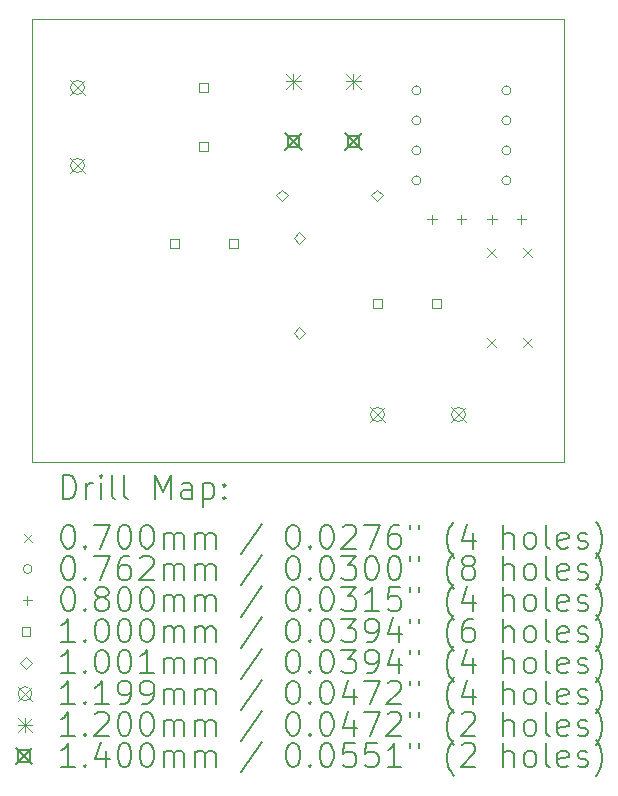
<source format=gbr>
%TF.GenerationSoftware,KiCad,Pcbnew,(6.0.8)*%
%TF.CreationDate,2022-11-19T23:47:43+04:00*%
%TF.ProjectId,MC34063_Buck_Rev4,4d433334-3036-4335-9f42-75636b5f5265,rev?*%
%TF.SameCoordinates,Original*%
%TF.FileFunction,Drillmap*%
%TF.FilePolarity,Positive*%
%FSLAX45Y45*%
G04 Gerber Fmt 4.5, Leading zero omitted, Abs format (unit mm)*
G04 Created by KiCad (PCBNEW (6.0.8)) date 2022-11-19 23:47:43*
%MOMM*%
%LPD*%
G01*
G04 APERTURE LIST*
%ADD10C,0.050000*%
%ADD11C,0.200000*%
%ADD12C,0.070000*%
%ADD13C,0.076200*%
%ADD14C,0.080000*%
%ADD15C,0.100000*%
%ADD16C,0.100076*%
%ADD17C,0.119888*%
%ADD18C,0.120000*%
%ADD19C,0.140000*%
G04 APERTURE END LIST*
D10*
X15650000Y-7600000D02*
X15650000Y-11350000D01*
X11150000Y-11350000D02*
X11150000Y-7600000D01*
X11150000Y-7600000D02*
X15650000Y-7600000D01*
X15650000Y-11350000D02*
X11150000Y-11350000D01*
D11*
D12*
X15001800Y-9540800D02*
X15071800Y-9610800D01*
X15071800Y-9540800D02*
X15001800Y-9610800D01*
X15001800Y-10302800D02*
X15071800Y-10372800D01*
X15071800Y-10302800D02*
X15001800Y-10372800D01*
X15306600Y-9540800D02*
X15376600Y-9610800D01*
X15376600Y-9540800D02*
X15306600Y-9610800D01*
X15306600Y-10302800D02*
X15376600Y-10372800D01*
X15376600Y-10302800D02*
X15306600Y-10372800D01*
D13*
X14439900Y-8204200D02*
G75*
G03*
X14439900Y-8204200I-38100J0D01*
G01*
X14439900Y-8458200D02*
G75*
G03*
X14439900Y-8458200I-38100J0D01*
G01*
X14439900Y-8712200D02*
G75*
G03*
X14439900Y-8712200I-38100J0D01*
G01*
X14439900Y-8966200D02*
G75*
G03*
X14439900Y-8966200I-38100J0D01*
G01*
X15201900Y-8204200D02*
G75*
G03*
X15201900Y-8204200I-38100J0D01*
G01*
X15201900Y-8458200D02*
G75*
G03*
X15201900Y-8458200I-38100J0D01*
G01*
X15201900Y-8712200D02*
G75*
G03*
X15201900Y-8712200I-38100J0D01*
G01*
X15201900Y-8966200D02*
G75*
G03*
X15201900Y-8966200I-38100J0D01*
G01*
D14*
X14532800Y-9256400D02*
X14532800Y-9336400D01*
X14492800Y-9296400D02*
X14572800Y-9296400D01*
X14782800Y-9256400D02*
X14782800Y-9336400D01*
X14742800Y-9296400D02*
X14822800Y-9296400D01*
X15040800Y-9256400D02*
X15040800Y-9336400D01*
X15000800Y-9296400D02*
X15080800Y-9296400D01*
X15290800Y-9256400D02*
X15290800Y-9336400D01*
X15250800Y-9296400D02*
X15330800Y-9296400D01*
D15*
X12387756Y-9534956D02*
X12387756Y-9464244D01*
X12317044Y-9464244D01*
X12317044Y-9534956D01*
X12387756Y-9534956D01*
X12633756Y-8214156D02*
X12633756Y-8143444D01*
X12563044Y-8143444D01*
X12563044Y-8214156D01*
X12633756Y-8214156D01*
X12633756Y-8714156D02*
X12633756Y-8643444D01*
X12563044Y-8643444D01*
X12563044Y-8714156D01*
X12633756Y-8714156D01*
X12887756Y-9534956D02*
X12887756Y-9464244D01*
X12817044Y-9464244D01*
X12817044Y-9534956D01*
X12887756Y-9534956D01*
X14106956Y-10042956D02*
X14106956Y-9972244D01*
X14036244Y-9972244D01*
X14036244Y-10042956D01*
X14106956Y-10042956D01*
X14606956Y-10042956D02*
X14606956Y-9972244D01*
X14536244Y-9972244D01*
X14536244Y-10042956D01*
X14606956Y-10042956D01*
D16*
X13265150Y-9143238D02*
X13315188Y-9093200D01*
X13265150Y-9043162D01*
X13215112Y-9093200D01*
X13265150Y-9143238D01*
X13411200Y-9505188D02*
X13461238Y-9455150D01*
X13411200Y-9405112D01*
X13361162Y-9455150D01*
X13411200Y-9505188D01*
X13411200Y-10305288D02*
X13461238Y-10255250D01*
X13411200Y-10205212D01*
X13361162Y-10255250D01*
X13411200Y-10305288D01*
X14065250Y-9143238D02*
X14115288Y-9093200D01*
X14065250Y-9043162D01*
X14015212Y-9093200D01*
X14065250Y-9143238D01*
D17*
X11471656Y-8118856D02*
X11591544Y-8238744D01*
X11591544Y-8118856D02*
X11471656Y-8238744D01*
X11591544Y-8178800D02*
G75*
G03*
X11591544Y-8178800I-59944J0D01*
G01*
X11471656Y-8779256D02*
X11591544Y-8899144D01*
X11591544Y-8779256D02*
X11471656Y-8899144D01*
X11591544Y-8839200D02*
G75*
G03*
X11591544Y-8839200I-59944J0D01*
G01*
X14011656Y-10887456D02*
X14131544Y-11007344D01*
X14131544Y-10887456D02*
X14011656Y-11007344D01*
X14131544Y-10947400D02*
G75*
G03*
X14131544Y-10947400I-59944J0D01*
G01*
X14697456Y-10887456D02*
X14817344Y-11007344D01*
X14817344Y-10887456D02*
X14697456Y-11007344D01*
X14817344Y-10947400D02*
G75*
G03*
X14817344Y-10947400I-59944J0D01*
G01*
D18*
X13300400Y-8068000D02*
X13420400Y-8188000D01*
X13420400Y-8068000D02*
X13300400Y-8188000D01*
X13360400Y-8068000D02*
X13360400Y-8188000D01*
X13300400Y-8128000D02*
X13420400Y-8128000D01*
X13808400Y-8068000D02*
X13928400Y-8188000D01*
X13928400Y-8068000D02*
X13808400Y-8188000D01*
X13868400Y-8068000D02*
X13868400Y-8188000D01*
X13808400Y-8128000D02*
X13928400Y-8128000D01*
D19*
X13290400Y-8566000D02*
X13430400Y-8706000D01*
X13430400Y-8566000D02*
X13290400Y-8706000D01*
X13409898Y-8685498D02*
X13409898Y-8586502D01*
X13310902Y-8586502D01*
X13310902Y-8685498D01*
X13409898Y-8685498D01*
X13798400Y-8566000D02*
X13938400Y-8706000D01*
X13938400Y-8566000D02*
X13798400Y-8706000D01*
X13917898Y-8685498D02*
X13917898Y-8586502D01*
X13818902Y-8586502D01*
X13818902Y-8685498D01*
X13917898Y-8685498D01*
D11*
X11405119Y-11662976D02*
X11405119Y-11462976D01*
X11452738Y-11462976D01*
X11481309Y-11472500D01*
X11500357Y-11491548D01*
X11509881Y-11510595D01*
X11519405Y-11548690D01*
X11519405Y-11577262D01*
X11509881Y-11615357D01*
X11500357Y-11634405D01*
X11481309Y-11653452D01*
X11452738Y-11662976D01*
X11405119Y-11662976D01*
X11605119Y-11662976D02*
X11605119Y-11529643D01*
X11605119Y-11567738D02*
X11614643Y-11548690D01*
X11624167Y-11539167D01*
X11643214Y-11529643D01*
X11662262Y-11529643D01*
X11728928Y-11662976D02*
X11728928Y-11529643D01*
X11728928Y-11462976D02*
X11719405Y-11472500D01*
X11728928Y-11482024D01*
X11738452Y-11472500D01*
X11728928Y-11462976D01*
X11728928Y-11482024D01*
X11852738Y-11662976D02*
X11833690Y-11653452D01*
X11824167Y-11634405D01*
X11824167Y-11462976D01*
X11957500Y-11662976D02*
X11938452Y-11653452D01*
X11928928Y-11634405D01*
X11928928Y-11462976D01*
X12186071Y-11662976D02*
X12186071Y-11462976D01*
X12252738Y-11605833D01*
X12319405Y-11462976D01*
X12319405Y-11662976D01*
X12500357Y-11662976D02*
X12500357Y-11558214D01*
X12490833Y-11539167D01*
X12471786Y-11529643D01*
X12433690Y-11529643D01*
X12414643Y-11539167D01*
X12500357Y-11653452D02*
X12481309Y-11662976D01*
X12433690Y-11662976D01*
X12414643Y-11653452D01*
X12405119Y-11634405D01*
X12405119Y-11615357D01*
X12414643Y-11596309D01*
X12433690Y-11586786D01*
X12481309Y-11586786D01*
X12500357Y-11577262D01*
X12595595Y-11529643D02*
X12595595Y-11729643D01*
X12595595Y-11539167D02*
X12614643Y-11529643D01*
X12652738Y-11529643D01*
X12671786Y-11539167D01*
X12681309Y-11548690D01*
X12690833Y-11567738D01*
X12690833Y-11624881D01*
X12681309Y-11643928D01*
X12671786Y-11653452D01*
X12652738Y-11662976D01*
X12614643Y-11662976D01*
X12595595Y-11653452D01*
X12776548Y-11643928D02*
X12786071Y-11653452D01*
X12776548Y-11662976D01*
X12767024Y-11653452D01*
X12776548Y-11643928D01*
X12776548Y-11662976D01*
X12776548Y-11539167D02*
X12786071Y-11548690D01*
X12776548Y-11558214D01*
X12767024Y-11548690D01*
X12776548Y-11539167D01*
X12776548Y-11558214D01*
D12*
X11077500Y-11957500D02*
X11147500Y-12027500D01*
X11147500Y-11957500D02*
X11077500Y-12027500D01*
D11*
X11443214Y-11882976D02*
X11462262Y-11882976D01*
X11481309Y-11892500D01*
X11490833Y-11902024D01*
X11500357Y-11921071D01*
X11509881Y-11959167D01*
X11509881Y-12006786D01*
X11500357Y-12044881D01*
X11490833Y-12063928D01*
X11481309Y-12073452D01*
X11462262Y-12082976D01*
X11443214Y-12082976D01*
X11424167Y-12073452D01*
X11414643Y-12063928D01*
X11405119Y-12044881D01*
X11395595Y-12006786D01*
X11395595Y-11959167D01*
X11405119Y-11921071D01*
X11414643Y-11902024D01*
X11424167Y-11892500D01*
X11443214Y-11882976D01*
X11595595Y-12063928D02*
X11605119Y-12073452D01*
X11595595Y-12082976D01*
X11586071Y-12073452D01*
X11595595Y-12063928D01*
X11595595Y-12082976D01*
X11671786Y-11882976D02*
X11805119Y-11882976D01*
X11719405Y-12082976D01*
X11919405Y-11882976D02*
X11938452Y-11882976D01*
X11957500Y-11892500D01*
X11967024Y-11902024D01*
X11976548Y-11921071D01*
X11986071Y-11959167D01*
X11986071Y-12006786D01*
X11976548Y-12044881D01*
X11967024Y-12063928D01*
X11957500Y-12073452D01*
X11938452Y-12082976D01*
X11919405Y-12082976D01*
X11900357Y-12073452D01*
X11890833Y-12063928D01*
X11881309Y-12044881D01*
X11871786Y-12006786D01*
X11871786Y-11959167D01*
X11881309Y-11921071D01*
X11890833Y-11902024D01*
X11900357Y-11892500D01*
X11919405Y-11882976D01*
X12109881Y-11882976D02*
X12128928Y-11882976D01*
X12147976Y-11892500D01*
X12157500Y-11902024D01*
X12167024Y-11921071D01*
X12176548Y-11959167D01*
X12176548Y-12006786D01*
X12167024Y-12044881D01*
X12157500Y-12063928D01*
X12147976Y-12073452D01*
X12128928Y-12082976D01*
X12109881Y-12082976D01*
X12090833Y-12073452D01*
X12081309Y-12063928D01*
X12071786Y-12044881D01*
X12062262Y-12006786D01*
X12062262Y-11959167D01*
X12071786Y-11921071D01*
X12081309Y-11902024D01*
X12090833Y-11892500D01*
X12109881Y-11882976D01*
X12262262Y-12082976D02*
X12262262Y-11949643D01*
X12262262Y-11968690D02*
X12271786Y-11959167D01*
X12290833Y-11949643D01*
X12319405Y-11949643D01*
X12338452Y-11959167D01*
X12347976Y-11978214D01*
X12347976Y-12082976D01*
X12347976Y-11978214D02*
X12357500Y-11959167D01*
X12376548Y-11949643D01*
X12405119Y-11949643D01*
X12424167Y-11959167D01*
X12433690Y-11978214D01*
X12433690Y-12082976D01*
X12528928Y-12082976D02*
X12528928Y-11949643D01*
X12528928Y-11968690D02*
X12538452Y-11959167D01*
X12557500Y-11949643D01*
X12586071Y-11949643D01*
X12605119Y-11959167D01*
X12614643Y-11978214D01*
X12614643Y-12082976D01*
X12614643Y-11978214D02*
X12624167Y-11959167D01*
X12643214Y-11949643D01*
X12671786Y-11949643D01*
X12690833Y-11959167D01*
X12700357Y-11978214D01*
X12700357Y-12082976D01*
X13090833Y-11873452D02*
X12919405Y-12130595D01*
X13347976Y-11882976D02*
X13367024Y-11882976D01*
X13386071Y-11892500D01*
X13395595Y-11902024D01*
X13405119Y-11921071D01*
X13414643Y-11959167D01*
X13414643Y-12006786D01*
X13405119Y-12044881D01*
X13395595Y-12063928D01*
X13386071Y-12073452D01*
X13367024Y-12082976D01*
X13347976Y-12082976D01*
X13328928Y-12073452D01*
X13319405Y-12063928D01*
X13309881Y-12044881D01*
X13300357Y-12006786D01*
X13300357Y-11959167D01*
X13309881Y-11921071D01*
X13319405Y-11902024D01*
X13328928Y-11892500D01*
X13347976Y-11882976D01*
X13500357Y-12063928D02*
X13509881Y-12073452D01*
X13500357Y-12082976D01*
X13490833Y-12073452D01*
X13500357Y-12063928D01*
X13500357Y-12082976D01*
X13633690Y-11882976D02*
X13652738Y-11882976D01*
X13671786Y-11892500D01*
X13681309Y-11902024D01*
X13690833Y-11921071D01*
X13700357Y-11959167D01*
X13700357Y-12006786D01*
X13690833Y-12044881D01*
X13681309Y-12063928D01*
X13671786Y-12073452D01*
X13652738Y-12082976D01*
X13633690Y-12082976D01*
X13614643Y-12073452D01*
X13605119Y-12063928D01*
X13595595Y-12044881D01*
X13586071Y-12006786D01*
X13586071Y-11959167D01*
X13595595Y-11921071D01*
X13605119Y-11902024D01*
X13614643Y-11892500D01*
X13633690Y-11882976D01*
X13776548Y-11902024D02*
X13786071Y-11892500D01*
X13805119Y-11882976D01*
X13852738Y-11882976D01*
X13871786Y-11892500D01*
X13881309Y-11902024D01*
X13890833Y-11921071D01*
X13890833Y-11940119D01*
X13881309Y-11968690D01*
X13767024Y-12082976D01*
X13890833Y-12082976D01*
X13957500Y-11882976D02*
X14090833Y-11882976D01*
X14005119Y-12082976D01*
X14252738Y-11882976D02*
X14214643Y-11882976D01*
X14195595Y-11892500D01*
X14186071Y-11902024D01*
X14167024Y-11930595D01*
X14157500Y-11968690D01*
X14157500Y-12044881D01*
X14167024Y-12063928D01*
X14176548Y-12073452D01*
X14195595Y-12082976D01*
X14233690Y-12082976D01*
X14252738Y-12073452D01*
X14262262Y-12063928D01*
X14271786Y-12044881D01*
X14271786Y-11997262D01*
X14262262Y-11978214D01*
X14252738Y-11968690D01*
X14233690Y-11959167D01*
X14195595Y-11959167D01*
X14176548Y-11968690D01*
X14167024Y-11978214D01*
X14157500Y-11997262D01*
X14347976Y-11882976D02*
X14347976Y-11921071D01*
X14424167Y-11882976D02*
X14424167Y-11921071D01*
X14719405Y-12159167D02*
X14709881Y-12149643D01*
X14690833Y-12121071D01*
X14681309Y-12102024D01*
X14671786Y-12073452D01*
X14662262Y-12025833D01*
X14662262Y-11987738D01*
X14671786Y-11940119D01*
X14681309Y-11911548D01*
X14690833Y-11892500D01*
X14709881Y-11863928D01*
X14719405Y-11854405D01*
X14881309Y-11949643D02*
X14881309Y-12082976D01*
X14833690Y-11873452D02*
X14786071Y-12016309D01*
X14909881Y-12016309D01*
X15138452Y-12082976D02*
X15138452Y-11882976D01*
X15224167Y-12082976D02*
X15224167Y-11978214D01*
X15214643Y-11959167D01*
X15195595Y-11949643D01*
X15167024Y-11949643D01*
X15147976Y-11959167D01*
X15138452Y-11968690D01*
X15347976Y-12082976D02*
X15328928Y-12073452D01*
X15319405Y-12063928D01*
X15309881Y-12044881D01*
X15309881Y-11987738D01*
X15319405Y-11968690D01*
X15328928Y-11959167D01*
X15347976Y-11949643D01*
X15376548Y-11949643D01*
X15395595Y-11959167D01*
X15405119Y-11968690D01*
X15414643Y-11987738D01*
X15414643Y-12044881D01*
X15405119Y-12063928D01*
X15395595Y-12073452D01*
X15376548Y-12082976D01*
X15347976Y-12082976D01*
X15528928Y-12082976D02*
X15509881Y-12073452D01*
X15500357Y-12054405D01*
X15500357Y-11882976D01*
X15681309Y-12073452D02*
X15662262Y-12082976D01*
X15624167Y-12082976D01*
X15605119Y-12073452D01*
X15595595Y-12054405D01*
X15595595Y-11978214D01*
X15605119Y-11959167D01*
X15624167Y-11949643D01*
X15662262Y-11949643D01*
X15681309Y-11959167D01*
X15690833Y-11978214D01*
X15690833Y-11997262D01*
X15595595Y-12016309D01*
X15767024Y-12073452D02*
X15786071Y-12082976D01*
X15824167Y-12082976D01*
X15843214Y-12073452D01*
X15852738Y-12054405D01*
X15852738Y-12044881D01*
X15843214Y-12025833D01*
X15824167Y-12016309D01*
X15795595Y-12016309D01*
X15776548Y-12006786D01*
X15767024Y-11987738D01*
X15767024Y-11978214D01*
X15776548Y-11959167D01*
X15795595Y-11949643D01*
X15824167Y-11949643D01*
X15843214Y-11959167D01*
X15919405Y-12159167D02*
X15928928Y-12149643D01*
X15947976Y-12121071D01*
X15957500Y-12102024D01*
X15967024Y-12073452D01*
X15976548Y-12025833D01*
X15976548Y-11987738D01*
X15967024Y-11940119D01*
X15957500Y-11911548D01*
X15947976Y-11892500D01*
X15928928Y-11863928D01*
X15919405Y-11854405D01*
D13*
X11147500Y-12256500D02*
G75*
G03*
X11147500Y-12256500I-38100J0D01*
G01*
D11*
X11443214Y-12146976D02*
X11462262Y-12146976D01*
X11481309Y-12156500D01*
X11490833Y-12166024D01*
X11500357Y-12185071D01*
X11509881Y-12223167D01*
X11509881Y-12270786D01*
X11500357Y-12308881D01*
X11490833Y-12327928D01*
X11481309Y-12337452D01*
X11462262Y-12346976D01*
X11443214Y-12346976D01*
X11424167Y-12337452D01*
X11414643Y-12327928D01*
X11405119Y-12308881D01*
X11395595Y-12270786D01*
X11395595Y-12223167D01*
X11405119Y-12185071D01*
X11414643Y-12166024D01*
X11424167Y-12156500D01*
X11443214Y-12146976D01*
X11595595Y-12327928D02*
X11605119Y-12337452D01*
X11595595Y-12346976D01*
X11586071Y-12337452D01*
X11595595Y-12327928D01*
X11595595Y-12346976D01*
X11671786Y-12146976D02*
X11805119Y-12146976D01*
X11719405Y-12346976D01*
X11967024Y-12146976D02*
X11928928Y-12146976D01*
X11909881Y-12156500D01*
X11900357Y-12166024D01*
X11881309Y-12194595D01*
X11871786Y-12232690D01*
X11871786Y-12308881D01*
X11881309Y-12327928D01*
X11890833Y-12337452D01*
X11909881Y-12346976D01*
X11947976Y-12346976D01*
X11967024Y-12337452D01*
X11976548Y-12327928D01*
X11986071Y-12308881D01*
X11986071Y-12261262D01*
X11976548Y-12242214D01*
X11967024Y-12232690D01*
X11947976Y-12223167D01*
X11909881Y-12223167D01*
X11890833Y-12232690D01*
X11881309Y-12242214D01*
X11871786Y-12261262D01*
X12062262Y-12166024D02*
X12071786Y-12156500D01*
X12090833Y-12146976D01*
X12138452Y-12146976D01*
X12157500Y-12156500D01*
X12167024Y-12166024D01*
X12176548Y-12185071D01*
X12176548Y-12204119D01*
X12167024Y-12232690D01*
X12052738Y-12346976D01*
X12176548Y-12346976D01*
X12262262Y-12346976D02*
X12262262Y-12213643D01*
X12262262Y-12232690D02*
X12271786Y-12223167D01*
X12290833Y-12213643D01*
X12319405Y-12213643D01*
X12338452Y-12223167D01*
X12347976Y-12242214D01*
X12347976Y-12346976D01*
X12347976Y-12242214D02*
X12357500Y-12223167D01*
X12376548Y-12213643D01*
X12405119Y-12213643D01*
X12424167Y-12223167D01*
X12433690Y-12242214D01*
X12433690Y-12346976D01*
X12528928Y-12346976D02*
X12528928Y-12213643D01*
X12528928Y-12232690D02*
X12538452Y-12223167D01*
X12557500Y-12213643D01*
X12586071Y-12213643D01*
X12605119Y-12223167D01*
X12614643Y-12242214D01*
X12614643Y-12346976D01*
X12614643Y-12242214D02*
X12624167Y-12223167D01*
X12643214Y-12213643D01*
X12671786Y-12213643D01*
X12690833Y-12223167D01*
X12700357Y-12242214D01*
X12700357Y-12346976D01*
X13090833Y-12137452D02*
X12919405Y-12394595D01*
X13347976Y-12146976D02*
X13367024Y-12146976D01*
X13386071Y-12156500D01*
X13395595Y-12166024D01*
X13405119Y-12185071D01*
X13414643Y-12223167D01*
X13414643Y-12270786D01*
X13405119Y-12308881D01*
X13395595Y-12327928D01*
X13386071Y-12337452D01*
X13367024Y-12346976D01*
X13347976Y-12346976D01*
X13328928Y-12337452D01*
X13319405Y-12327928D01*
X13309881Y-12308881D01*
X13300357Y-12270786D01*
X13300357Y-12223167D01*
X13309881Y-12185071D01*
X13319405Y-12166024D01*
X13328928Y-12156500D01*
X13347976Y-12146976D01*
X13500357Y-12327928D02*
X13509881Y-12337452D01*
X13500357Y-12346976D01*
X13490833Y-12337452D01*
X13500357Y-12327928D01*
X13500357Y-12346976D01*
X13633690Y-12146976D02*
X13652738Y-12146976D01*
X13671786Y-12156500D01*
X13681309Y-12166024D01*
X13690833Y-12185071D01*
X13700357Y-12223167D01*
X13700357Y-12270786D01*
X13690833Y-12308881D01*
X13681309Y-12327928D01*
X13671786Y-12337452D01*
X13652738Y-12346976D01*
X13633690Y-12346976D01*
X13614643Y-12337452D01*
X13605119Y-12327928D01*
X13595595Y-12308881D01*
X13586071Y-12270786D01*
X13586071Y-12223167D01*
X13595595Y-12185071D01*
X13605119Y-12166024D01*
X13614643Y-12156500D01*
X13633690Y-12146976D01*
X13767024Y-12146976D02*
X13890833Y-12146976D01*
X13824167Y-12223167D01*
X13852738Y-12223167D01*
X13871786Y-12232690D01*
X13881309Y-12242214D01*
X13890833Y-12261262D01*
X13890833Y-12308881D01*
X13881309Y-12327928D01*
X13871786Y-12337452D01*
X13852738Y-12346976D01*
X13795595Y-12346976D01*
X13776548Y-12337452D01*
X13767024Y-12327928D01*
X14014643Y-12146976D02*
X14033690Y-12146976D01*
X14052738Y-12156500D01*
X14062262Y-12166024D01*
X14071786Y-12185071D01*
X14081309Y-12223167D01*
X14081309Y-12270786D01*
X14071786Y-12308881D01*
X14062262Y-12327928D01*
X14052738Y-12337452D01*
X14033690Y-12346976D01*
X14014643Y-12346976D01*
X13995595Y-12337452D01*
X13986071Y-12327928D01*
X13976548Y-12308881D01*
X13967024Y-12270786D01*
X13967024Y-12223167D01*
X13976548Y-12185071D01*
X13986071Y-12166024D01*
X13995595Y-12156500D01*
X14014643Y-12146976D01*
X14205119Y-12146976D02*
X14224167Y-12146976D01*
X14243214Y-12156500D01*
X14252738Y-12166024D01*
X14262262Y-12185071D01*
X14271786Y-12223167D01*
X14271786Y-12270786D01*
X14262262Y-12308881D01*
X14252738Y-12327928D01*
X14243214Y-12337452D01*
X14224167Y-12346976D01*
X14205119Y-12346976D01*
X14186071Y-12337452D01*
X14176548Y-12327928D01*
X14167024Y-12308881D01*
X14157500Y-12270786D01*
X14157500Y-12223167D01*
X14167024Y-12185071D01*
X14176548Y-12166024D01*
X14186071Y-12156500D01*
X14205119Y-12146976D01*
X14347976Y-12146976D02*
X14347976Y-12185071D01*
X14424167Y-12146976D02*
X14424167Y-12185071D01*
X14719405Y-12423167D02*
X14709881Y-12413643D01*
X14690833Y-12385071D01*
X14681309Y-12366024D01*
X14671786Y-12337452D01*
X14662262Y-12289833D01*
X14662262Y-12251738D01*
X14671786Y-12204119D01*
X14681309Y-12175548D01*
X14690833Y-12156500D01*
X14709881Y-12127928D01*
X14719405Y-12118405D01*
X14824167Y-12232690D02*
X14805119Y-12223167D01*
X14795595Y-12213643D01*
X14786071Y-12194595D01*
X14786071Y-12185071D01*
X14795595Y-12166024D01*
X14805119Y-12156500D01*
X14824167Y-12146976D01*
X14862262Y-12146976D01*
X14881309Y-12156500D01*
X14890833Y-12166024D01*
X14900357Y-12185071D01*
X14900357Y-12194595D01*
X14890833Y-12213643D01*
X14881309Y-12223167D01*
X14862262Y-12232690D01*
X14824167Y-12232690D01*
X14805119Y-12242214D01*
X14795595Y-12251738D01*
X14786071Y-12270786D01*
X14786071Y-12308881D01*
X14795595Y-12327928D01*
X14805119Y-12337452D01*
X14824167Y-12346976D01*
X14862262Y-12346976D01*
X14881309Y-12337452D01*
X14890833Y-12327928D01*
X14900357Y-12308881D01*
X14900357Y-12270786D01*
X14890833Y-12251738D01*
X14881309Y-12242214D01*
X14862262Y-12232690D01*
X15138452Y-12346976D02*
X15138452Y-12146976D01*
X15224167Y-12346976D02*
X15224167Y-12242214D01*
X15214643Y-12223167D01*
X15195595Y-12213643D01*
X15167024Y-12213643D01*
X15147976Y-12223167D01*
X15138452Y-12232690D01*
X15347976Y-12346976D02*
X15328928Y-12337452D01*
X15319405Y-12327928D01*
X15309881Y-12308881D01*
X15309881Y-12251738D01*
X15319405Y-12232690D01*
X15328928Y-12223167D01*
X15347976Y-12213643D01*
X15376548Y-12213643D01*
X15395595Y-12223167D01*
X15405119Y-12232690D01*
X15414643Y-12251738D01*
X15414643Y-12308881D01*
X15405119Y-12327928D01*
X15395595Y-12337452D01*
X15376548Y-12346976D01*
X15347976Y-12346976D01*
X15528928Y-12346976D02*
X15509881Y-12337452D01*
X15500357Y-12318405D01*
X15500357Y-12146976D01*
X15681309Y-12337452D02*
X15662262Y-12346976D01*
X15624167Y-12346976D01*
X15605119Y-12337452D01*
X15595595Y-12318405D01*
X15595595Y-12242214D01*
X15605119Y-12223167D01*
X15624167Y-12213643D01*
X15662262Y-12213643D01*
X15681309Y-12223167D01*
X15690833Y-12242214D01*
X15690833Y-12261262D01*
X15595595Y-12280309D01*
X15767024Y-12337452D02*
X15786071Y-12346976D01*
X15824167Y-12346976D01*
X15843214Y-12337452D01*
X15852738Y-12318405D01*
X15852738Y-12308881D01*
X15843214Y-12289833D01*
X15824167Y-12280309D01*
X15795595Y-12280309D01*
X15776548Y-12270786D01*
X15767024Y-12251738D01*
X15767024Y-12242214D01*
X15776548Y-12223167D01*
X15795595Y-12213643D01*
X15824167Y-12213643D01*
X15843214Y-12223167D01*
X15919405Y-12423167D02*
X15928928Y-12413643D01*
X15947976Y-12385071D01*
X15957500Y-12366024D01*
X15967024Y-12337452D01*
X15976548Y-12289833D01*
X15976548Y-12251738D01*
X15967024Y-12204119D01*
X15957500Y-12175548D01*
X15947976Y-12156500D01*
X15928928Y-12127928D01*
X15919405Y-12118405D01*
D14*
X11107500Y-12480500D02*
X11107500Y-12560500D01*
X11067500Y-12520500D02*
X11147500Y-12520500D01*
D11*
X11443214Y-12410976D02*
X11462262Y-12410976D01*
X11481309Y-12420500D01*
X11490833Y-12430024D01*
X11500357Y-12449071D01*
X11509881Y-12487167D01*
X11509881Y-12534786D01*
X11500357Y-12572881D01*
X11490833Y-12591928D01*
X11481309Y-12601452D01*
X11462262Y-12610976D01*
X11443214Y-12610976D01*
X11424167Y-12601452D01*
X11414643Y-12591928D01*
X11405119Y-12572881D01*
X11395595Y-12534786D01*
X11395595Y-12487167D01*
X11405119Y-12449071D01*
X11414643Y-12430024D01*
X11424167Y-12420500D01*
X11443214Y-12410976D01*
X11595595Y-12591928D02*
X11605119Y-12601452D01*
X11595595Y-12610976D01*
X11586071Y-12601452D01*
X11595595Y-12591928D01*
X11595595Y-12610976D01*
X11719405Y-12496690D02*
X11700357Y-12487167D01*
X11690833Y-12477643D01*
X11681309Y-12458595D01*
X11681309Y-12449071D01*
X11690833Y-12430024D01*
X11700357Y-12420500D01*
X11719405Y-12410976D01*
X11757500Y-12410976D01*
X11776548Y-12420500D01*
X11786071Y-12430024D01*
X11795595Y-12449071D01*
X11795595Y-12458595D01*
X11786071Y-12477643D01*
X11776548Y-12487167D01*
X11757500Y-12496690D01*
X11719405Y-12496690D01*
X11700357Y-12506214D01*
X11690833Y-12515738D01*
X11681309Y-12534786D01*
X11681309Y-12572881D01*
X11690833Y-12591928D01*
X11700357Y-12601452D01*
X11719405Y-12610976D01*
X11757500Y-12610976D01*
X11776548Y-12601452D01*
X11786071Y-12591928D01*
X11795595Y-12572881D01*
X11795595Y-12534786D01*
X11786071Y-12515738D01*
X11776548Y-12506214D01*
X11757500Y-12496690D01*
X11919405Y-12410976D02*
X11938452Y-12410976D01*
X11957500Y-12420500D01*
X11967024Y-12430024D01*
X11976548Y-12449071D01*
X11986071Y-12487167D01*
X11986071Y-12534786D01*
X11976548Y-12572881D01*
X11967024Y-12591928D01*
X11957500Y-12601452D01*
X11938452Y-12610976D01*
X11919405Y-12610976D01*
X11900357Y-12601452D01*
X11890833Y-12591928D01*
X11881309Y-12572881D01*
X11871786Y-12534786D01*
X11871786Y-12487167D01*
X11881309Y-12449071D01*
X11890833Y-12430024D01*
X11900357Y-12420500D01*
X11919405Y-12410976D01*
X12109881Y-12410976D02*
X12128928Y-12410976D01*
X12147976Y-12420500D01*
X12157500Y-12430024D01*
X12167024Y-12449071D01*
X12176548Y-12487167D01*
X12176548Y-12534786D01*
X12167024Y-12572881D01*
X12157500Y-12591928D01*
X12147976Y-12601452D01*
X12128928Y-12610976D01*
X12109881Y-12610976D01*
X12090833Y-12601452D01*
X12081309Y-12591928D01*
X12071786Y-12572881D01*
X12062262Y-12534786D01*
X12062262Y-12487167D01*
X12071786Y-12449071D01*
X12081309Y-12430024D01*
X12090833Y-12420500D01*
X12109881Y-12410976D01*
X12262262Y-12610976D02*
X12262262Y-12477643D01*
X12262262Y-12496690D02*
X12271786Y-12487167D01*
X12290833Y-12477643D01*
X12319405Y-12477643D01*
X12338452Y-12487167D01*
X12347976Y-12506214D01*
X12347976Y-12610976D01*
X12347976Y-12506214D02*
X12357500Y-12487167D01*
X12376548Y-12477643D01*
X12405119Y-12477643D01*
X12424167Y-12487167D01*
X12433690Y-12506214D01*
X12433690Y-12610976D01*
X12528928Y-12610976D02*
X12528928Y-12477643D01*
X12528928Y-12496690D02*
X12538452Y-12487167D01*
X12557500Y-12477643D01*
X12586071Y-12477643D01*
X12605119Y-12487167D01*
X12614643Y-12506214D01*
X12614643Y-12610976D01*
X12614643Y-12506214D02*
X12624167Y-12487167D01*
X12643214Y-12477643D01*
X12671786Y-12477643D01*
X12690833Y-12487167D01*
X12700357Y-12506214D01*
X12700357Y-12610976D01*
X13090833Y-12401452D02*
X12919405Y-12658595D01*
X13347976Y-12410976D02*
X13367024Y-12410976D01*
X13386071Y-12420500D01*
X13395595Y-12430024D01*
X13405119Y-12449071D01*
X13414643Y-12487167D01*
X13414643Y-12534786D01*
X13405119Y-12572881D01*
X13395595Y-12591928D01*
X13386071Y-12601452D01*
X13367024Y-12610976D01*
X13347976Y-12610976D01*
X13328928Y-12601452D01*
X13319405Y-12591928D01*
X13309881Y-12572881D01*
X13300357Y-12534786D01*
X13300357Y-12487167D01*
X13309881Y-12449071D01*
X13319405Y-12430024D01*
X13328928Y-12420500D01*
X13347976Y-12410976D01*
X13500357Y-12591928D02*
X13509881Y-12601452D01*
X13500357Y-12610976D01*
X13490833Y-12601452D01*
X13500357Y-12591928D01*
X13500357Y-12610976D01*
X13633690Y-12410976D02*
X13652738Y-12410976D01*
X13671786Y-12420500D01*
X13681309Y-12430024D01*
X13690833Y-12449071D01*
X13700357Y-12487167D01*
X13700357Y-12534786D01*
X13690833Y-12572881D01*
X13681309Y-12591928D01*
X13671786Y-12601452D01*
X13652738Y-12610976D01*
X13633690Y-12610976D01*
X13614643Y-12601452D01*
X13605119Y-12591928D01*
X13595595Y-12572881D01*
X13586071Y-12534786D01*
X13586071Y-12487167D01*
X13595595Y-12449071D01*
X13605119Y-12430024D01*
X13614643Y-12420500D01*
X13633690Y-12410976D01*
X13767024Y-12410976D02*
X13890833Y-12410976D01*
X13824167Y-12487167D01*
X13852738Y-12487167D01*
X13871786Y-12496690D01*
X13881309Y-12506214D01*
X13890833Y-12525262D01*
X13890833Y-12572881D01*
X13881309Y-12591928D01*
X13871786Y-12601452D01*
X13852738Y-12610976D01*
X13795595Y-12610976D01*
X13776548Y-12601452D01*
X13767024Y-12591928D01*
X14081309Y-12610976D02*
X13967024Y-12610976D01*
X14024167Y-12610976D02*
X14024167Y-12410976D01*
X14005119Y-12439548D01*
X13986071Y-12458595D01*
X13967024Y-12468119D01*
X14262262Y-12410976D02*
X14167024Y-12410976D01*
X14157500Y-12506214D01*
X14167024Y-12496690D01*
X14186071Y-12487167D01*
X14233690Y-12487167D01*
X14252738Y-12496690D01*
X14262262Y-12506214D01*
X14271786Y-12525262D01*
X14271786Y-12572881D01*
X14262262Y-12591928D01*
X14252738Y-12601452D01*
X14233690Y-12610976D01*
X14186071Y-12610976D01*
X14167024Y-12601452D01*
X14157500Y-12591928D01*
X14347976Y-12410976D02*
X14347976Y-12449071D01*
X14424167Y-12410976D02*
X14424167Y-12449071D01*
X14719405Y-12687167D02*
X14709881Y-12677643D01*
X14690833Y-12649071D01*
X14681309Y-12630024D01*
X14671786Y-12601452D01*
X14662262Y-12553833D01*
X14662262Y-12515738D01*
X14671786Y-12468119D01*
X14681309Y-12439548D01*
X14690833Y-12420500D01*
X14709881Y-12391928D01*
X14719405Y-12382405D01*
X14881309Y-12477643D02*
X14881309Y-12610976D01*
X14833690Y-12401452D02*
X14786071Y-12544309D01*
X14909881Y-12544309D01*
X15138452Y-12610976D02*
X15138452Y-12410976D01*
X15224167Y-12610976D02*
X15224167Y-12506214D01*
X15214643Y-12487167D01*
X15195595Y-12477643D01*
X15167024Y-12477643D01*
X15147976Y-12487167D01*
X15138452Y-12496690D01*
X15347976Y-12610976D02*
X15328928Y-12601452D01*
X15319405Y-12591928D01*
X15309881Y-12572881D01*
X15309881Y-12515738D01*
X15319405Y-12496690D01*
X15328928Y-12487167D01*
X15347976Y-12477643D01*
X15376548Y-12477643D01*
X15395595Y-12487167D01*
X15405119Y-12496690D01*
X15414643Y-12515738D01*
X15414643Y-12572881D01*
X15405119Y-12591928D01*
X15395595Y-12601452D01*
X15376548Y-12610976D01*
X15347976Y-12610976D01*
X15528928Y-12610976D02*
X15509881Y-12601452D01*
X15500357Y-12582405D01*
X15500357Y-12410976D01*
X15681309Y-12601452D02*
X15662262Y-12610976D01*
X15624167Y-12610976D01*
X15605119Y-12601452D01*
X15595595Y-12582405D01*
X15595595Y-12506214D01*
X15605119Y-12487167D01*
X15624167Y-12477643D01*
X15662262Y-12477643D01*
X15681309Y-12487167D01*
X15690833Y-12506214D01*
X15690833Y-12525262D01*
X15595595Y-12544309D01*
X15767024Y-12601452D02*
X15786071Y-12610976D01*
X15824167Y-12610976D01*
X15843214Y-12601452D01*
X15852738Y-12582405D01*
X15852738Y-12572881D01*
X15843214Y-12553833D01*
X15824167Y-12544309D01*
X15795595Y-12544309D01*
X15776548Y-12534786D01*
X15767024Y-12515738D01*
X15767024Y-12506214D01*
X15776548Y-12487167D01*
X15795595Y-12477643D01*
X15824167Y-12477643D01*
X15843214Y-12487167D01*
X15919405Y-12687167D02*
X15928928Y-12677643D01*
X15947976Y-12649071D01*
X15957500Y-12630024D01*
X15967024Y-12601452D01*
X15976548Y-12553833D01*
X15976548Y-12515738D01*
X15967024Y-12468119D01*
X15957500Y-12439548D01*
X15947976Y-12420500D01*
X15928928Y-12391928D01*
X15919405Y-12382405D01*
D15*
X11132856Y-12819856D02*
X11132856Y-12749144D01*
X11062144Y-12749144D01*
X11062144Y-12819856D01*
X11132856Y-12819856D01*
D11*
X11509881Y-12874976D02*
X11395595Y-12874976D01*
X11452738Y-12874976D02*
X11452738Y-12674976D01*
X11433690Y-12703548D01*
X11414643Y-12722595D01*
X11395595Y-12732119D01*
X11595595Y-12855928D02*
X11605119Y-12865452D01*
X11595595Y-12874976D01*
X11586071Y-12865452D01*
X11595595Y-12855928D01*
X11595595Y-12874976D01*
X11728928Y-12674976D02*
X11747976Y-12674976D01*
X11767024Y-12684500D01*
X11776548Y-12694024D01*
X11786071Y-12713071D01*
X11795595Y-12751167D01*
X11795595Y-12798786D01*
X11786071Y-12836881D01*
X11776548Y-12855928D01*
X11767024Y-12865452D01*
X11747976Y-12874976D01*
X11728928Y-12874976D01*
X11709881Y-12865452D01*
X11700357Y-12855928D01*
X11690833Y-12836881D01*
X11681309Y-12798786D01*
X11681309Y-12751167D01*
X11690833Y-12713071D01*
X11700357Y-12694024D01*
X11709881Y-12684500D01*
X11728928Y-12674976D01*
X11919405Y-12674976D02*
X11938452Y-12674976D01*
X11957500Y-12684500D01*
X11967024Y-12694024D01*
X11976548Y-12713071D01*
X11986071Y-12751167D01*
X11986071Y-12798786D01*
X11976548Y-12836881D01*
X11967024Y-12855928D01*
X11957500Y-12865452D01*
X11938452Y-12874976D01*
X11919405Y-12874976D01*
X11900357Y-12865452D01*
X11890833Y-12855928D01*
X11881309Y-12836881D01*
X11871786Y-12798786D01*
X11871786Y-12751167D01*
X11881309Y-12713071D01*
X11890833Y-12694024D01*
X11900357Y-12684500D01*
X11919405Y-12674976D01*
X12109881Y-12674976D02*
X12128928Y-12674976D01*
X12147976Y-12684500D01*
X12157500Y-12694024D01*
X12167024Y-12713071D01*
X12176548Y-12751167D01*
X12176548Y-12798786D01*
X12167024Y-12836881D01*
X12157500Y-12855928D01*
X12147976Y-12865452D01*
X12128928Y-12874976D01*
X12109881Y-12874976D01*
X12090833Y-12865452D01*
X12081309Y-12855928D01*
X12071786Y-12836881D01*
X12062262Y-12798786D01*
X12062262Y-12751167D01*
X12071786Y-12713071D01*
X12081309Y-12694024D01*
X12090833Y-12684500D01*
X12109881Y-12674976D01*
X12262262Y-12874976D02*
X12262262Y-12741643D01*
X12262262Y-12760690D02*
X12271786Y-12751167D01*
X12290833Y-12741643D01*
X12319405Y-12741643D01*
X12338452Y-12751167D01*
X12347976Y-12770214D01*
X12347976Y-12874976D01*
X12347976Y-12770214D02*
X12357500Y-12751167D01*
X12376548Y-12741643D01*
X12405119Y-12741643D01*
X12424167Y-12751167D01*
X12433690Y-12770214D01*
X12433690Y-12874976D01*
X12528928Y-12874976D02*
X12528928Y-12741643D01*
X12528928Y-12760690D02*
X12538452Y-12751167D01*
X12557500Y-12741643D01*
X12586071Y-12741643D01*
X12605119Y-12751167D01*
X12614643Y-12770214D01*
X12614643Y-12874976D01*
X12614643Y-12770214D02*
X12624167Y-12751167D01*
X12643214Y-12741643D01*
X12671786Y-12741643D01*
X12690833Y-12751167D01*
X12700357Y-12770214D01*
X12700357Y-12874976D01*
X13090833Y-12665452D02*
X12919405Y-12922595D01*
X13347976Y-12674976D02*
X13367024Y-12674976D01*
X13386071Y-12684500D01*
X13395595Y-12694024D01*
X13405119Y-12713071D01*
X13414643Y-12751167D01*
X13414643Y-12798786D01*
X13405119Y-12836881D01*
X13395595Y-12855928D01*
X13386071Y-12865452D01*
X13367024Y-12874976D01*
X13347976Y-12874976D01*
X13328928Y-12865452D01*
X13319405Y-12855928D01*
X13309881Y-12836881D01*
X13300357Y-12798786D01*
X13300357Y-12751167D01*
X13309881Y-12713071D01*
X13319405Y-12694024D01*
X13328928Y-12684500D01*
X13347976Y-12674976D01*
X13500357Y-12855928D02*
X13509881Y-12865452D01*
X13500357Y-12874976D01*
X13490833Y-12865452D01*
X13500357Y-12855928D01*
X13500357Y-12874976D01*
X13633690Y-12674976D02*
X13652738Y-12674976D01*
X13671786Y-12684500D01*
X13681309Y-12694024D01*
X13690833Y-12713071D01*
X13700357Y-12751167D01*
X13700357Y-12798786D01*
X13690833Y-12836881D01*
X13681309Y-12855928D01*
X13671786Y-12865452D01*
X13652738Y-12874976D01*
X13633690Y-12874976D01*
X13614643Y-12865452D01*
X13605119Y-12855928D01*
X13595595Y-12836881D01*
X13586071Y-12798786D01*
X13586071Y-12751167D01*
X13595595Y-12713071D01*
X13605119Y-12694024D01*
X13614643Y-12684500D01*
X13633690Y-12674976D01*
X13767024Y-12674976D02*
X13890833Y-12674976D01*
X13824167Y-12751167D01*
X13852738Y-12751167D01*
X13871786Y-12760690D01*
X13881309Y-12770214D01*
X13890833Y-12789262D01*
X13890833Y-12836881D01*
X13881309Y-12855928D01*
X13871786Y-12865452D01*
X13852738Y-12874976D01*
X13795595Y-12874976D01*
X13776548Y-12865452D01*
X13767024Y-12855928D01*
X13986071Y-12874976D02*
X14024167Y-12874976D01*
X14043214Y-12865452D01*
X14052738Y-12855928D01*
X14071786Y-12827357D01*
X14081309Y-12789262D01*
X14081309Y-12713071D01*
X14071786Y-12694024D01*
X14062262Y-12684500D01*
X14043214Y-12674976D01*
X14005119Y-12674976D01*
X13986071Y-12684500D01*
X13976548Y-12694024D01*
X13967024Y-12713071D01*
X13967024Y-12760690D01*
X13976548Y-12779738D01*
X13986071Y-12789262D01*
X14005119Y-12798786D01*
X14043214Y-12798786D01*
X14062262Y-12789262D01*
X14071786Y-12779738D01*
X14081309Y-12760690D01*
X14252738Y-12741643D02*
X14252738Y-12874976D01*
X14205119Y-12665452D02*
X14157500Y-12808309D01*
X14281309Y-12808309D01*
X14347976Y-12674976D02*
X14347976Y-12713071D01*
X14424167Y-12674976D02*
X14424167Y-12713071D01*
X14719405Y-12951167D02*
X14709881Y-12941643D01*
X14690833Y-12913071D01*
X14681309Y-12894024D01*
X14671786Y-12865452D01*
X14662262Y-12817833D01*
X14662262Y-12779738D01*
X14671786Y-12732119D01*
X14681309Y-12703548D01*
X14690833Y-12684500D01*
X14709881Y-12655928D01*
X14719405Y-12646405D01*
X14881309Y-12674976D02*
X14843214Y-12674976D01*
X14824167Y-12684500D01*
X14814643Y-12694024D01*
X14795595Y-12722595D01*
X14786071Y-12760690D01*
X14786071Y-12836881D01*
X14795595Y-12855928D01*
X14805119Y-12865452D01*
X14824167Y-12874976D01*
X14862262Y-12874976D01*
X14881309Y-12865452D01*
X14890833Y-12855928D01*
X14900357Y-12836881D01*
X14900357Y-12789262D01*
X14890833Y-12770214D01*
X14881309Y-12760690D01*
X14862262Y-12751167D01*
X14824167Y-12751167D01*
X14805119Y-12760690D01*
X14795595Y-12770214D01*
X14786071Y-12789262D01*
X15138452Y-12874976D02*
X15138452Y-12674976D01*
X15224167Y-12874976D02*
X15224167Y-12770214D01*
X15214643Y-12751167D01*
X15195595Y-12741643D01*
X15167024Y-12741643D01*
X15147976Y-12751167D01*
X15138452Y-12760690D01*
X15347976Y-12874976D02*
X15328928Y-12865452D01*
X15319405Y-12855928D01*
X15309881Y-12836881D01*
X15309881Y-12779738D01*
X15319405Y-12760690D01*
X15328928Y-12751167D01*
X15347976Y-12741643D01*
X15376548Y-12741643D01*
X15395595Y-12751167D01*
X15405119Y-12760690D01*
X15414643Y-12779738D01*
X15414643Y-12836881D01*
X15405119Y-12855928D01*
X15395595Y-12865452D01*
X15376548Y-12874976D01*
X15347976Y-12874976D01*
X15528928Y-12874976D02*
X15509881Y-12865452D01*
X15500357Y-12846405D01*
X15500357Y-12674976D01*
X15681309Y-12865452D02*
X15662262Y-12874976D01*
X15624167Y-12874976D01*
X15605119Y-12865452D01*
X15595595Y-12846405D01*
X15595595Y-12770214D01*
X15605119Y-12751167D01*
X15624167Y-12741643D01*
X15662262Y-12741643D01*
X15681309Y-12751167D01*
X15690833Y-12770214D01*
X15690833Y-12789262D01*
X15595595Y-12808309D01*
X15767024Y-12865452D02*
X15786071Y-12874976D01*
X15824167Y-12874976D01*
X15843214Y-12865452D01*
X15852738Y-12846405D01*
X15852738Y-12836881D01*
X15843214Y-12817833D01*
X15824167Y-12808309D01*
X15795595Y-12808309D01*
X15776548Y-12798786D01*
X15767024Y-12779738D01*
X15767024Y-12770214D01*
X15776548Y-12751167D01*
X15795595Y-12741643D01*
X15824167Y-12741643D01*
X15843214Y-12751167D01*
X15919405Y-12951167D02*
X15928928Y-12941643D01*
X15947976Y-12913071D01*
X15957500Y-12894024D01*
X15967024Y-12865452D01*
X15976548Y-12817833D01*
X15976548Y-12779738D01*
X15967024Y-12732119D01*
X15957500Y-12703548D01*
X15947976Y-12684500D01*
X15928928Y-12655928D01*
X15919405Y-12646405D01*
D16*
X11097462Y-13098538D02*
X11147500Y-13048500D01*
X11097462Y-12998462D01*
X11047424Y-13048500D01*
X11097462Y-13098538D01*
D11*
X11509881Y-13138976D02*
X11395595Y-13138976D01*
X11452738Y-13138976D02*
X11452738Y-12938976D01*
X11433690Y-12967548D01*
X11414643Y-12986595D01*
X11395595Y-12996119D01*
X11595595Y-13119928D02*
X11605119Y-13129452D01*
X11595595Y-13138976D01*
X11586071Y-13129452D01*
X11595595Y-13119928D01*
X11595595Y-13138976D01*
X11728928Y-12938976D02*
X11747976Y-12938976D01*
X11767024Y-12948500D01*
X11776548Y-12958024D01*
X11786071Y-12977071D01*
X11795595Y-13015167D01*
X11795595Y-13062786D01*
X11786071Y-13100881D01*
X11776548Y-13119928D01*
X11767024Y-13129452D01*
X11747976Y-13138976D01*
X11728928Y-13138976D01*
X11709881Y-13129452D01*
X11700357Y-13119928D01*
X11690833Y-13100881D01*
X11681309Y-13062786D01*
X11681309Y-13015167D01*
X11690833Y-12977071D01*
X11700357Y-12958024D01*
X11709881Y-12948500D01*
X11728928Y-12938976D01*
X11919405Y-12938976D02*
X11938452Y-12938976D01*
X11957500Y-12948500D01*
X11967024Y-12958024D01*
X11976548Y-12977071D01*
X11986071Y-13015167D01*
X11986071Y-13062786D01*
X11976548Y-13100881D01*
X11967024Y-13119928D01*
X11957500Y-13129452D01*
X11938452Y-13138976D01*
X11919405Y-13138976D01*
X11900357Y-13129452D01*
X11890833Y-13119928D01*
X11881309Y-13100881D01*
X11871786Y-13062786D01*
X11871786Y-13015167D01*
X11881309Y-12977071D01*
X11890833Y-12958024D01*
X11900357Y-12948500D01*
X11919405Y-12938976D01*
X12176548Y-13138976D02*
X12062262Y-13138976D01*
X12119405Y-13138976D02*
X12119405Y-12938976D01*
X12100357Y-12967548D01*
X12081309Y-12986595D01*
X12062262Y-12996119D01*
X12262262Y-13138976D02*
X12262262Y-13005643D01*
X12262262Y-13024690D02*
X12271786Y-13015167D01*
X12290833Y-13005643D01*
X12319405Y-13005643D01*
X12338452Y-13015167D01*
X12347976Y-13034214D01*
X12347976Y-13138976D01*
X12347976Y-13034214D02*
X12357500Y-13015167D01*
X12376548Y-13005643D01*
X12405119Y-13005643D01*
X12424167Y-13015167D01*
X12433690Y-13034214D01*
X12433690Y-13138976D01*
X12528928Y-13138976D02*
X12528928Y-13005643D01*
X12528928Y-13024690D02*
X12538452Y-13015167D01*
X12557500Y-13005643D01*
X12586071Y-13005643D01*
X12605119Y-13015167D01*
X12614643Y-13034214D01*
X12614643Y-13138976D01*
X12614643Y-13034214D02*
X12624167Y-13015167D01*
X12643214Y-13005643D01*
X12671786Y-13005643D01*
X12690833Y-13015167D01*
X12700357Y-13034214D01*
X12700357Y-13138976D01*
X13090833Y-12929452D02*
X12919405Y-13186595D01*
X13347976Y-12938976D02*
X13367024Y-12938976D01*
X13386071Y-12948500D01*
X13395595Y-12958024D01*
X13405119Y-12977071D01*
X13414643Y-13015167D01*
X13414643Y-13062786D01*
X13405119Y-13100881D01*
X13395595Y-13119928D01*
X13386071Y-13129452D01*
X13367024Y-13138976D01*
X13347976Y-13138976D01*
X13328928Y-13129452D01*
X13319405Y-13119928D01*
X13309881Y-13100881D01*
X13300357Y-13062786D01*
X13300357Y-13015167D01*
X13309881Y-12977071D01*
X13319405Y-12958024D01*
X13328928Y-12948500D01*
X13347976Y-12938976D01*
X13500357Y-13119928D02*
X13509881Y-13129452D01*
X13500357Y-13138976D01*
X13490833Y-13129452D01*
X13500357Y-13119928D01*
X13500357Y-13138976D01*
X13633690Y-12938976D02*
X13652738Y-12938976D01*
X13671786Y-12948500D01*
X13681309Y-12958024D01*
X13690833Y-12977071D01*
X13700357Y-13015167D01*
X13700357Y-13062786D01*
X13690833Y-13100881D01*
X13681309Y-13119928D01*
X13671786Y-13129452D01*
X13652738Y-13138976D01*
X13633690Y-13138976D01*
X13614643Y-13129452D01*
X13605119Y-13119928D01*
X13595595Y-13100881D01*
X13586071Y-13062786D01*
X13586071Y-13015167D01*
X13595595Y-12977071D01*
X13605119Y-12958024D01*
X13614643Y-12948500D01*
X13633690Y-12938976D01*
X13767024Y-12938976D02*
X13890833Y-12938976D01*
X13824167Y-13015167D01*
X13852738Y-13015167D01*
X13871786Y-13024690D01*
X13881309Y-13034214D01*
X13890833Y-13053262D01*
X13890833Y-13100881D01*
X13881309Y-13119928D01*
X13871786Y-13129452D01*
X13852738Y-13138976D01*
X13795595Y-13138976D01*
X13776548Y-13129452D01*
X13767024Y-13119928D01*
X13986071Y-13138976D02*
X14024167Y-13138976D01*
X14043214Y-13129452D01*
X14052738Y-13119928D01*
X14071786Y-13091357D01*
X14081309Y-13053262D01*
X14081309Y-12977071D01*
X14071786Y-12958024D01*
X14062262Y-12948500D01*
X14043214Y-12938976D01*
X14005119Y-12938976D01*
X13986071Y-12948500D01*
X13976548Y-12958024D01*
X13967024Y-12977071D01*
X13967024Y-13024690D01*
X13976548Y-13043738D01*
X13986071Y-13053262D01*
X14005119Y-13062786D01*
X14043214Y-13062786D01*
X14062262Y-13053262D01*
X14071786Y-13043738D01*
X14081309Y-13024690D01*
X14252738Y-13005643D02*
X14252738Y-13138976D01*
X14205119Y-12929452D02*
X14157500Y-13072309D01*
X14281309Y-13072309D01*
X14347976Y-12938976D02*
X14347976Y-12977071D01*
X14424167Y-12938976D02*
X14424167Y-12977071D01*
X14719405Y-13215167D02*
X14709881Y-13205643D01*
X14690833Y-13177071D01*
X14681309Y-13158024D01*
X14671786Y-13129452D01*
X14662262Y-13081833D01*
X14662262Y-13043738D01*
X14671786Y-12996119D01*
X14681309Y-12967548D01*
X14690833Y-12948500D01*
X14709881Y-12919928D01*
X14719405Y-12910405D01*
X14881309Y-13005643D02*
X14881309Y-13138976D01*
X14833690Y-12929452D02*
X14786071Y-13072309D01*
X14909881Y-13072309D01*
X15138452Y-13138976D02*
X15138452Y-12938976D01*
X15224167Y-13138976D02*
X15224167Y-13034214D01*
X15214643Y-13015167D01*
X15195595Y-13005643D01*
X15167024Y-13005643D01*
X15147976Y-13015167D01*
X15138452Y-13024690D01*
X15347976Y-13138976D02*
X15328928Y-13129452D01*
X15319405Y-13119928D01*
X15309881Y-13100881D01*
X15309881Y-13043738D01*
X15319405Y-13024690D01*
X15328928Y-13015167D01*
X15347976Y-13005643D01*
X15376548Y-13005643D01*
X15395595Y-13015167D01*
X15405119Y-13024690D01*
X15414643Y-13043738D01*
X15414643Y-13100881D01*
X15405119Y-13119928D01*
X15395595Y-13129452D01*
X15376548Y-13138976D01*
X15347976Y-13138976D01*
X15528928Y-13138976D02*
X15509881Y-13129452D01*
X15500357Y-13110405D01*
X15500357Y-12938976D01*
X15681309Y-13129452D02*
X15662262Y-13138976D01*
X15624167Y-13138976D01*
X15605119Y-13129452D01*
X15595595Y-13110405D01*
X15595595Y-13034214D01*
X15605119Y-13015167D01*
X15624167Y-13005643D01*
X15662262Y-13005643D01*
X15681309Y-13015167D01*
X15690833Y-13034214D01*
X15690833Y-13053262D01*
X15595595Y-13072309D01*
X15767024Y-13129452D02*
X15786071Y-13138976D01*
X15824167Y-13138976D01*
X15843214Y-13129452D01*
X15852738Y-13110405D01*
X15852738Y-13100881D01*
X15843214Y-13081833D01*
X15824167Y-13072309D01*
X15795595Y-13072309D01*
X15776548Y-13062786D01*
X15767024Y-13043738D01*
X15767024Y-13034214D01*
X15776548Y-13015167D01*
X15795595Y-13005643D01*
X15824167Y-13005643D01*
X15843214Y-13015167D01*
X15919405Y-13215167D02*
X15928928Y-13205643D01*
X15947976Y-13177071D01*
X15957500Y-13158024D01*
X15967024Y-13129452D01*
X15976548Y-13081833D01*
X15976548Y-13043738D01*
X15967024Y-12996119D01*
X15957500Y-12967548D01*
X15947976Y-12948500D01*
X15928928Y-12919928D01*
X15919405Y-12910405D01*
D17*
X11027612Y-13252556D02*
X11147500Y-13372444D01*
X11147500Y-13252556D02*
X11027612Y-13372444D01*
X11147500Y-13312500D02*
G75*
G03*
X11147500Y-13312500I-59944J0D01*
G01*
D11*
X11509881Y-13402976D02*
X11395595Y-13402976D01*
X11452738Y-13402976D02*
X11452738Y-13202976D01*
X11433690Y-13231548D01*
X11414643Y-13250595D01*
X11395595Y-13260119D01*
X11595595Y-13383928D02*
X11605119Y-13393452D01*
X11595595Y-13402976D01*
X11586071Y-13393452D01*
X11595595Y-13383928D01*
X11595595Y-13402976D01*
X11795595Y-13402976D02*
X11681309Y-13402976D01*
X11738452Y-13402976D02*
X11738452Y-13202976D01*
X11719405Y-13231548D01*
X11700357Y-13250595D01*
X11681309Y-13260119D01*
X11890833Y-13402976D02*
X11928928Y-13402976D01*
X11947976Y-13393452D01*
X11957500Y-13383928D01*
X11976548Y-13355357D01*
X11986071Y-13317262D01*
X11986071Y-13241071D01*
X11976548Y-13222024D01*
X11967024Y-13212500D01*
X11947976Y-13202976D01*
X11909881Y-13202976D01*
X11890833Y-13212500D01*
X11881309Y-13222024D01*
X11871786Y-13241071D01*
X11871786Y-13288690D01*
X11881309Y-13307738D01*
X11890833Y-13317262D01*
X11909881Y-13326786D01*
X11947976Y-13326786D01*
X11967024Y-13317262D01*
X11976548Y-13307738D01*
X11986071Y-13288690D01*
X12081309Y-13402976D02*
X12119405Y-13402976D01*
X12138452Y-13393452D01*
X12147976Y-13383928D01*
X12167024Y-13355357D01*
X12176548Y-13317262D01*
X12176548Y-13241071D01*
X12167024Y-13222024D01*
X12157500Y-13212500D01*
X12138452Y-13202976D01*
X12100357Y-13202976D01*
X12081309Y-13212500D01*
X12071786Y-13222024D01*
X12062262Y-13241071D01*
X12062262Y-13288690D01*
X12071786Y-13307738D01*
X12081309Y-13317262D01*
X12100357Y-13326786D01*
X12138452Y-13326786D01*
X12157500Y-13317262D01*
X12167024Y-13307738D01*
X12176548Y-13288690D01*
X12262262Y-13402976D02*
X12262262Y-13269643D01*
X12262262Y-13288690D02*
X12271786Y-13279167D01*
X12290833Y-13269643D01*
X12319405Y-13269643D01*
X12338452Y-13279167D01*
X12347976Y-13298214D01*
X12347976Y-13402976D01*
X12347976Y-13298214D02*
X12357500Y-13279167D01*
X12376548Y-13269643D01*
X12405119Y-13269643D01*
X12424167Y-13279167D01*
X12433690Y-13298214D01*
X12433690Y-13402976D01*
X12528928Y-13402976D02*
X12528928Y-13269643D01*
X12528928Y-13288690D02*
X12538452Y-13279167D01*
X12557500Y-13269643D01*
X12586071Y-13269643D01*
X12605119Y-13279167D01*
X12614643Y-13298214D01*
X12614643Y-13402976D01*
X12614643Y-13298214D02*
X12624167Y-13279167D01*
X12643214Y-13269643D01*
X12671786Y-13269643D01*
X12690833Y-13279167D01*
X12700357Y-13298214D01*
X12700357Y-13402976D01*
X13090833Y-13193452D02*
X12919405Y-13450595D01*
X13347976Y-13202976D02*
X13367024Y-13202976D01*
X13386071Y-13212500D01*
X13395595Y-13222024D01*
X13405119Y-13241071D01*
X13414643Y-13279167D01*
X13414643Y-13326786D01*
X13405119Y-13364881D01*
X13395595Y-13383928D01*
X13386071Y-13393452D01*
X13367024Y-13402976D01*
X13347976Y-13402976D01*
X13328928Y-13393452D01*
X13319405Y-13383928D01*
X13309881Y-13364881D01*
X13300357Y-13326786D01*
X13300357Y-13279167D01*
X13309881Y-13241071D01*
X13319405Y-13222024D01*
X13328928Y-13212500D01*
X13347976Y-13202976D01*
X13500357Y-13383928D02*
X13509881Y-13393452D01*
X13500357Y-13402976D01*
X13490833Y-13393452D01*
X13500357Y-13383928D01*
X13500357Y-13402976D01*
X13633690Y-13202976D02*
X13652738Y-13202976D01*
X13671786Y-13212500D01*
X13681309Y-13222024D01*
X13690833Y-13241071D01*
X13700357Y-13279167D01*
X13700357Y-13326786D01*
X13690833Y-13364881D01*
X13681309Y-13383928D01*
X13671786Y-13393452D01*
X13652738Y-13402976D01*
X13633690Y-13402976D01*
X13614643Y-13393452D01*
X13605119Y-13383928D01*
X13595595Y-13364881D01*
X13586071Y-13326786D01*
X13586071Y-13279167D01*
X13595595Y-13241071D01*
X13605119Y-13222024D01*
X13614643Y-13212500D01*
X13633690Y-13202976D01*
X13871786Y-13269643D02*
X13871786Y-13402976D01*
X13824167Y-13193452D02*
X13776548Y-13336309D01*
X13900357Y-13336309D01*
X13957500Y-13202976D02*
X14090833Y-13202976D01*
X14005119Y-13402976D01*
X14157500Y-13222024D02*
X14167024Y-13212500D01*
X14186071Y-13202976D01*
X14233690Y-13202976D01*
X14252738Y-13212500D01*
X14262262Y-13222024D01*
X14271786Y-13241071D01*
X14271786Y-13260119D01*
X14262262Y-13288690D01*
X14147976Y-13402976D01*
X14271786Y-13402976D01*
X14347976Y-13202976D02*
X14347976Y-13241071D01*
X14424167Y-13202976D02*
X14424167Y-13241071D01*
X14719405Y-13479167D02*
X14709881Y-13469643D01*
X14690833Y-13441071D01*
X14681309Y-13422024D01*
X14671786Y-13393452D01*
X14662262Y-13345833D01*
X14662262Y-13307738D01*
X14671786Y-13260119D01*
X14681309Y-13231548D01*
X14690833Y-13212500D01*
X14709881Y-13183928D01*
X14719405Y-13174405D01*
X14881309Y-13269643D02*
X14881309Y-13402976D01*
X14833690Y-13193452D02*
X14786071Y-13336309D01*
X14909881Y-13336309D01*
X15138452Y-13402976D02*
X15138452Y-13202976D01*
X15224167Y-13402976D02*
X15224167Y-13298214D01*
X15214643Y-13279167D01*
X15195595Y-13269643D01*
X15167024Y-13269643D01*
X15147976Y-13279167D01*
X15138452Y-13288690D01*
X15347976Y-13402976D02*
X15328928Y-13393452D01*
X15319405Y-13383928D01*
X15309881Y-13364881D01*
X15309881Y-13307738D01*
X15319405Y-13288690D01*
X15328928Y-13279167D01*
X15347976Y-13269643D01*
X15376548Y-13269643D01*
X15395595Y-13279167D01*
X15405119Y-13288690D01*
X15414643Y-13307738D01*
X15414643Y-13364881D01*
X15405119Y-13383928D01*
X15395595Y-13393452D01*
X15376548Y-13402976D01*
X15347976Y-13402976D01*
X15528928Y-13402976D02*
X15509881Y-13393452D01*
X15500357Y-13374405D01*
X15500357Y-13202976D01*
X15681309Y-13393452D02*
X15662262Y-13402976D01*
X15624167Y-13402976D01*
X15605119Y-13393452D01*
X15595595Y-13374405D01*
X15595595Y-13298214D01*
X15605119Y-13279167D01*
X15624167Y-13269643D01*
X15662262Y-13269643D01*
X15681309Y-13279167D01*
X15690833Y-13298214D01*
X15690833Y-13317262D01*
X15595595Y-13336309D01*
X15767024Y-13393452D02*
X15786071Y-13402976D01*
X15824167Y-13402976D01*
X15843214Y-13393452D01*
X15852738Y-13374405D01*
X15852738Y-13364881D01*
X15843214Y-13345833D01*
X15824167Y-13336309D01*
X15795595Y-13336309D01*
X15776548Y-13326786D01*
X15767024Y-13307738D01*
X15767024Y-13298214D01*
X15776548Y-13279167D01*
X15795595Y-13269643D01*
X15824167Y-13269643D01*
X15843214Y-13279167D01*
X15919405Y-13479167D02*
X15928928Y-13469643D01*
X15947976Y-13441071D01*
X15957500Y-13422024D01*
X15967024Y-13393452D01*
X15976548Y-13345833D01*
X15976548Y-13307738D01*
X15967024Y-13260119D01*
X15957500Y-13231548D01*
X15947976Y-13212500D01*
X15928928Y-13183928D01*
X15919405Y-13174405D01*
D18*
X11027500Y-13516500D02*
X11147500Y-13636500D01*
X11147500Y-13516500D02*
X11027500Y-13636500D01*
X11087500Y-13516500D02*
X11087500Y-13636500D01*
X11027500Y-13576500D02*
X11147500Y-13576500D01*
D11*
X11509881Y-13666976D02*
X11395595Y-13666976D01*
X11452738Y-13666976D02*
X11452738Y-13466976D01*
X11433690Y-13495548D01*
X11414643Y-13514595D01*
X11395595Y-13524119D01*
X11595595Y-13647928D02*
X11605119Y-13657452D01*
X11595595Y-13666976D01*
X11586071Y-13657452D01*
X11595595Y-13647928D01*
X11595595Y-13666976D01*
X11681309Y-13486024D02*
X11690833Y-13476500D01*
X11709881Y-13466976D01*
X11757500Y-13466976D01*
X11776548Y-13476500D01*
X11786071Y-13486024D01*
X11795595Y-13505071D01*
X11795595Y-13524119D01*
X11786071Y-13552690D01*
X11671786Y-13666976D01*
X11795595Y-13666976D01*
X11919405Y-13466976D02*
X11938452Y-13466976D01*
X11957500Y-13476500D01*
X11967024Y-13486024D01*
X11976548Y-13505071D01*
X11986071Y-13543167D01*
X11986071Y-13590786D01*
X11976548Y-13628881D01*
X11967024Y-13647928D01*
X11957500Y-13657452D01*
X11938452Y-13666976D01*
X11919405Y-13666976D01*
X11900357Y-13657452D01*
X11890833Y-13647928D01*
X11881309Y-13628881D01*
X11871786Y-13590786D01*
X11871786Y-13543167D01*
X11881309Y-13505071D01*
X11890833Y-13486024D01*
X11900357Y-13476500D01*
X11919405Y-13466976D01*
X12109881Y-13466976D02*
X12128928Y-13466976D01*
X12147976Y-13476500D01*
X12157500Y-13486024D01*
X12167024Y-13505071D01*
X12176548Y-13543167D01*
X12176548Y-13590786D01*
X12167024Y-13628881D01*
X12157500Y-13647928D01*
X12147976Y-13657452D01*
X12128928Y-13666976D01*
X12109881Y-13666976D01*
X12090833Y-13657452D01*
X12081309Y-13647928D01*
X12071786Y-13628881D01*
X12062262Y-13590786D01*
X12062262Y-13543167D01*
X12071786Y-13505071D01*
X12081309Y-13486024D01*
X12090833Y-13476500D01*
X12109881Y-13466976D01*
X12262262Y-13666976D02*
X12262262Y-13533643D01*
X12262262Y-13552690D02*
X12271786Y-13543167D01*
X12290833Y-13533643D01*
X12319405Y-13533643D01*
X12338452Y-13543167D01*
X12347976Y-13562214D01*
X12347976Y-13666976D01*
X12347976Y-13562214D02*
X12357500Y-13543167D01*
X12376548Y-13533643D01*
X12405119Y-13533643D01*
X12424167Y-13543167D01*
X12433690Y-13562214D01*
X12433690Y-13666976D01*
X12528928Y-13666976D02*
X12528928Y-13533643D01*
X12528928Y-13552690D02*
X12538452Y-13543167D01*
X12557500Y-13533643D01*
X12586071Y-13533643D01*
X12605119Y-13543167D01*
X12614643Y-13562214D01*
X12614643Y-13666976D01*
X12614643Y-13562214D02*
X12624167Y-13543167D01*
X12643214Y-13533643D01*
X12671786Y-13533643D01*
X12690833Y-13543167D01*
X12700357Y-13562214D01*
X12700357Y-13666976D01*
X13090833Y-13457452D02*
X12919405Y-13714595D01*
X13347976Y-13466976D02*
X13367024Y-13466976D01*
X13386071Y-13476500D01*
X13395595Y-13486024D01*
X13405119Y-13505071D01*
X13414643Y-13543167D01*
X13414643Y-13590786D01*
X13405119Y-13628881D01*
X13395595Y-13647928D01*
X13386071Y-13657452D01*
X13367024Y-13666976D01*
X13347976Y-13666976D01*
X13328928Y-13657452D01*
X13319405Y-13647928D01*
X13309881Y-13628881D01*
X13300357Y-13590786D01*
X13300357Y-13543167D01*
X13309881Y-13505071D01*
X13319405Y-13486024D01*
X13328928Y-13476500D01*
X13347976Y-13466976D01*
X13500357Y-13647928D02*
X13509881Y-13657452D01*
X13500357Y-13666976D01*
X13490833Y-13657452D01*
X13500357Y-13647928D01*
X13500357Y-13666976D01*
X13633690Y-13466976D02*
X13652738Y-13466976D01*
X13671786Y-13476500D01*
X13681309Y-13486024D01*
X13690833Y-13505071D01*
X13700357Y-13543167D01*
X13700357Y-13590786D01*
X13690833Y-13628881D01*
X13681309Y-13647928D01*
X13671786Y-13657452D01*
X13652738Y-13666976D01*
X13633690Y-13666976D01*
X13614643Y-13657452D01*
X13605119Y-13647928D01*
X13595595Y-13628881D01*
X13586071Y-13590786D01*
X13586071Y-13543167D01*
X13595595Y-13505071D01*
X13605119Y-13486024D01*
X13614643Y-13476500D01*
X13633690Y-13466976D01*
X13871786Y-13533643D02*
X13871786Y-13666976D01*
X13824167Y-13457452D02*
X13776548Y-13600309D01*
X13900357Y-13600309D01*
X13957500Y-13466976D02*
X14090833Y-13466976D01*
X14005119Y-13666976D01*
X14157500Y-13486024D02*
X14167024Y-13476500D01*
X14186071Y-13466976D01*
X14233690Y-13466976D01*
X14252738Y-13476500D01*
X14262262Y-13486024D01*
X14271786Y-13505071D01*
X14271786Y-13524119D01*
X14262262Y-13552690D01*
X14147976Y-13666976D01*
X14271786Y-13666976D01*
X14347976Y-13466976D02*
X14347976Y-13505071D01*
X14424167Y-13466976D02*
X14424167Y-13505071D01*
X14719405Y-13743167D02*
X14709881Y-13733643D01*
X14690833Y-13705071D01*
X14681309Y-13686024D01*
X14671786Y-13657452D01*
X14662262Y-13609833D01*
X14662262Y-13571738D01*
X14671786Y-13524119D01*
X14681309Y-13495548D01*
X14690833Y-13476500D01*
X14709881Y-13447928D01*
X14719405Y-13438405D01*
X14786071Y-13486024D02*
X14795595Y-13476500D01*
X14814643Y-13466976D01*
X14862262Y-13466976D01*
X14881309Y-13476500D01*
X14890833Y-13486024D01*
X14900357Y-13505071D01*
X14900357Y-13524119D01*
X14890833Y-13552690D01*
X14776548Y-13666976D01*
X14900357Y-13666976D01*
X15138452Y-13666976D02*
X15138452Y-13466976D01*
X15224167Y-13666976D02*
X15224167Y-13562214D01*
X15214643Y-13543167D01*
X15195595Y-13533643D01*
X15167024Y-13533643D01*
X15147976Y-13543167D01*
X15138452Y-13552690D01*
X15347976Y-13666976D02*
X15328928Y-13657452D01*
X15319405Y-13647928D01*
X15309881Y-13628881D01*
X15309881Y-13571738D01*
X15319405Y-13552690D01*
X15328928Y-13543167D01*
X15347976Y-13533643D01*
X15376548Y-13533643D01*
X15395595Y-13543167D01*
X15405119Y-13552690D01*
X15414643Y-13571738D01*
X15414643Y-13628881D01*
X15405119Y-13647928D01*
X15395595Y-13657452D01*
X15376548Y-13666976D01*
X15347976Y-13666976D01*
X15528928Y-13666976D02*
X15509881Y-13657452D01*
X15500357Y-13638405D01*
X15500357Y-13466976D01*
X15681309Y-13657452D02*
X15662262Y-13666976D01*
X15624167Y-13666976D01*
X15605119Y-13657452D01*
X15595595Y-13638405D01*
X15595595Y-13562214D01*
X15605119Y-13543167D01*
X15624167Y-13533643D01*
X15662262Y-13533643D01*
X15681309Y-13543167D01*
X15690833Y-13562214D01*
X15690833Y-13581262D01*
X15595595Y-13600309D01*
X15767024Y-13657452D02*
X15786071Y-13666976D01*
X15824167Y-13666976D01*
X15843214Y-13657452D01*
X15852738Y-13638405D01*
X15852738Y-13628881D01*
X15843214Y-13609833D01*
X15824167Y-13600309D01*
X15795595Y-13600309D01*
X15776548Y-13590786D01*
X15767024Y-13571738D01*
X15767024Y-13562214D01*
X15776548Y-13543167D01*
X15795595Y-13533643D01*
X15824167Y-13533643D01*
X15843214Y-13543167D01*
X15919405Y-13743167D02*
X15928928Y-13733643D01*
X15947976Y-13705071D01*
X15957500Y-13686024D01*
X15967024Y-13657452D01*
X15976548Y-13609833D01*
X15976548Y-13571738D01*
X15967024Y-13524119D01*
X15957500Y-13495548D01*
X15947976Y-13476500D01*
X15928928Y-13447928D01*
X15919405Y-13438405D01*
D19*
X11007500Y-13770500D02*
X11147500Y-13910500D01*
X11147500Y-13770500D02*
X11007500Y-13910500D01*
X11126998Y-13889998D02*
X11126998Y-13791002D01*
X11028002Y-13791002D01*
X11028002Y-13889998D01*
X11126998Y-13889998D01*
D11*
X11509881Y-13930976D02*
X11395595Y-13930976D01*
X11452738Y-13930976D02*
X11452738Y-13730976D01*
X11433690Y-13759548D01*
X11414643Y-13778595D01*
X11395595Y-13788119D01*
X11595595Y-13911928D02*
X11605119Y-13921452D01*
X11595595Y-13930976D01*
X11586071Y-13921452D01*
X11595595Y-13911928D01*
X11595595Y-13930976D01*
X11776548Y-13797643D02*
X11776548Y-13930976D01*
X11728928Y-13721452D02*
X11681309Y-13864309D01*
X11805119Y-13864309D01*
X11919405Y-13730976D02*
X11938452Y-13730976D01*
X11957500Y-13740500D01*
X11967024Y-13750024D01*
X11976548Y-13769071D01*
X11986071Y-13807167D01*
X11986071Y-13854786D01*
X11976548Y-13892881D01*
X11967024Y-13911928D01*
X11957500Y-13921452D01*
X11938452Y-13930976D01*
X11919405Y-13930976D01*
X11900357Y-13921452D01*
X11890833Y-13911928D01*
X11881309Y-13892881D01*
X11871786Y-13854786D01*
X11871786Y-13807167D01*
X11881309Y-13769071D01*
X11890833Y-13750024D01*
X11900357Y-13740500D01*
X11919405Y-13730976D01*
X12109881Y-13730976D02*
X12128928Y-13730976D01*
X12147976Y-13740500D01*
X12157500Y-13750024D01*
X12167024Y-13769071D01*
X12176548Y-13807167D01*
X12176548Y-13854786D01*
X12167024Y-13892881D01*
X12157500Y-13911928D01*
X12147976Y-13921452D01*
X12128928Y-13930976D01*
X12109881Y-13930976D01*
X12090833Y-13921452D01*
X12081309Y-13911928D01*
X12071786Y-13892881D01*
X12062262Y-13854786D01*
X12062262Y-13807167D01*
X12071786Y-13769071D01*
X12081309Y-13750024D01*
X12090833Y-13740500D01*
X12109881Y-13730976D01*
X12262262Y-13930976D02*
X12262262Y-13797643D01*
X12262262Y-13816690D02*
X12271786Y-13807167D01*
X12290833Y-13797643D01*
X12319405Y-13797643D01*
X12338452Y-13807167D01*
X12347976Y-13826214D01*
X12347976Y-13930976D01*
X12347976Y-13826214D02*
X12357500Y-13807167D01*
X12376548Y-13797643D01*
X12405119Y-13797643D01*
X12424167Y-13807167D01*
X12433690Y-13826214D01*
X12433690Y-13930976D01*
X12528928Y-13930976D02*
X12528928Y-13797643D01*
X12528928Y-13816690D02*
X12538452Y-13807167D01*
X12557500Y-13797643D01*
X12586071Y-13797643D01*
X12605119Y-13807167D01*
X12614643Y-13826214D01*
X12614643Y-13930976D01*
X12614643Y-13826214D02*
X12624167Y-13807167D01*
X12643214Y-13797643D01*
X12671786Y-13797643D01*
X12690833Y-13807167D01*
X12700357Y-13826214D01*
X12700357Y-13930976D01*
X13090833Y-13721452D02*
X12919405Y-13978595D01*
X13347976Y-13730976D02*
X13367024Y-13730976D01*
X13386071Y-13740500D01*
X13395595Y-13750024D01*
X13405119Y-13769071D01*
X13414643Y-13807167D01*
X13414643Y-13854786D01*
X13405119Y-13892881D01*
X13395595Y-13911928D01*
X13386071Y-13921452D01*
X13367024Y-13930976D01*
X13347976Y-13930976D01*
X13328928Y-13921452D01*
X13319405Y-13911928D01*
X13309881Y-13892881D01*
X13300357Y-13854786D01*
X13300357Y-13807167D01*
X13309881Y-13769071D01*
X13319405Y-13750024D01*
X13328928Y-13740500D01*
X13347976Y-13730976D01*
X13500357Y-13911928D02*
X13509881Y-13921452D01*
X13500357Y-13930976D01*
X13490833Y-13921452D01*
X13500357Y-13911928D01*
X13500357Y-13930976D01*
X13633690Y-13730976D02*
X13652738Y-13730976D01*
X13671786Y-13740500D01*
X13681309Y-13750024D01*
X13690833Y-13769071D01*
X13700357Y-13807167D01*
X13700357Y-13854786D01*
X13690833Y-13892881D01*
X13681309Y-13911928D01*
X13671786Y-13921452D01*
X13652738Y-13930976D01*
X13633690Y-13930976D01*
X13614643Y-13921452D01*
X13605119Y-13911928D01*
X13595595Y-13892881D01*
X13586071Y-13854786D01*
X13586071Y-13807167D01*
X13595595Y-13769071D01*
X13605119Y-13750024D01*
X13614643Y-13740500D01*
X13633690Y-13730976D01*
X13881309Y-13730976D02*
X13786071Y-13730976D01*
X13776548Y-13826214D01*
X13786071Y-13816690D01*
X13805119Y-13807167D01*
X13852738Y-13807167D01*
X13871786Y-13816690D01*
X13881309Y-13826214D01*
X13890833Y-13845262D01*
X13890833Y-13892881D01*
X13881309Y-13911928D01*
X13871786Y-13921452D01*
X13852738Y-13930976D01*
X13805119Y-13930976D01*
X13786071Y-13921452D01*
X13776548Y-13911928D01*
X14071786Y-13730976D02*
X13976548Y-13730976D01*
X13967024Y-13826214D01*
X13976548Y-13816690D01*
X13995595Y-13807167D01*
X14043214Y-13807167D01*
X14062262Y-13816690D01*
X14071786Y-13826214D01*
X14081309Y-13845262D01*
X14081309Y-13892881D01*
X14071786Y-13911928D01*
X14062262Y-13921452D01*
X14043214Y-13930976D01*
X13995595Y-13930976D01*
X13976548Y-13921452D01*
X13967024Y-13911928D01*
X14271786Y-13930976D02*
X14157500Y-13930976D01*
X14214643Y-13930976D02*
X14214643Y-13730976D01*
X14195595Y-13759548D01*
X14176548Y-13778595D01*
X14157500Y-13788119D01*
X14347976Y-13730976D02*
X14347976Y-13769071D01*
X14424167Y-13730976D02*
X14424167Y-13769071D01*
X14719405Y-14007167D02*
X14709881Y-13997643D01*
X14690833Y-13969071D01*
X14681309Y-13950024D01*
X14671786Y-13921452D01*
X14662262Y-13873833D01*
X14662262Y-13835738D01*
X14671786Y-13788119D01*
X14681309Y-13759548D01*
X14690833Y-13740500D01*
X14709881Y-13711928D01*
X14719405Y-13702405D01*
X14786071Y-13750024D02*
X14795595Y-13740500D01*
X14814643Y-13730976D01*
X14862262Y-13730976D01*
X14881309Y-13740500D01*
X14890833Y-13750024D01*
X14900357Y-13769071D01*
X14900357Y-13788119D01*
X14890833Y-13816690D01*
X14776548Y-13930976D01*
X14900357Y-13930976D01*
X15138452Y-13930976D02*
X15138452Y-13730976D01*
X15224167Y-13930976D02*
X15224167Y-13826214D01*
X15214643Y-13807167D01*
X15195595Y-13797643D01*
X15167024Y-13797643D01*
X15147976Y-13807167D01*
X15138452Y-13816690D01*
X15347976Y-13930976D02*
X15328928Y-13921452D01*
X15319405Y-13911928D01*
X15309881Y-13892881D01*
X15309881Y-13835738D01*
X15319405Y-13816690D01*
X15328928Y-13807167D01*
X15347976Y-13797643D01*
X15376548Y-13797643D01*
X15395595Y-13807167D01*
X15405119Y-13816690D01*
X15414643Y-13835738D01*
X15414643Y-13892881D01*
X15405119Y-13911928D01*
X15395595Y-13921452D01*
X15376548Y-13930976D01*
X15347976Y-13930976D01*
X15528928Y-13930976D02*
X15509881Y-13921452D01*
X15500357Y-13902405D01*
X15500357Y-13730976D01*
X15681309Y-13921452D02*
X15662262Y-13930976D01*
X15624167Y-13930976D01*
X15605119Y-13921452D01*
X15595595Y-13902405D01*
X15595595Y-13826214D01*
X15605119Y-13807167D01*
X15624167Y-13797643D01*
X15662262Y-13797643D01*
X15681309Y-13807167D01*
X15690833Y-13826214D01*
X15690833Y-13845262D01*
X15595595Y-13864309D01*
X15767024Y-13921452D02*
X15786071Y-13930976D01*
X15824167Y-13930976D01*
X15843214Y-13921452D01*
X15852738Y-13902405D01*
X15852738Y-13892881D01*
X15843214Y-13873833D01*
X15824167Y-13864309D01*
X15795595Y-13864309D01*
X15776548Y-13854786D01*
X15767024Y-13835738D01*
X15767024Y-13826214D01*
X15776548Y-13807167D01*
X15795595Y-13797643D01*
X15824167Y-13797643D01*
X15843214Y-13807167D01*
X15919405Y-14007167D02*
X15928928Y-13997643D01*
X15947976Y-13969071D01*
X15957500Y-13950024D01*
X15967024Y-13921452D01*
X15976548Y-13873833D01*
X15976548Y-13835738D01*
X15967024Y-13788119D01*
X15957500Y-13759548D01*
X15947976Y-13740500D01*
X15928928Y-13711928D01*
X15919405Y-13702405D01*
M02*

</source>
